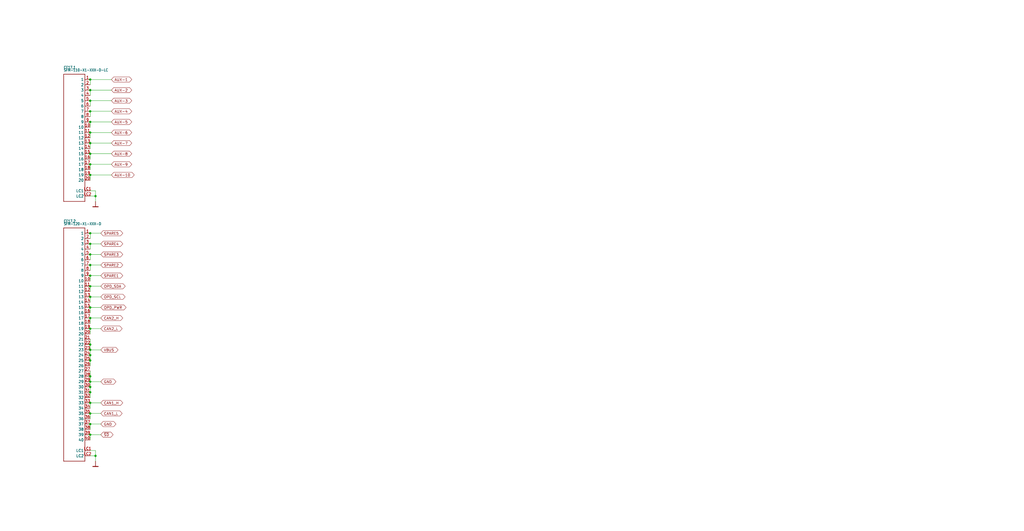
<source format=kicad_sch>
(kicad_sch (version 20211123) (generator eeschema)
  (paper "User" 490.22 254.406)
  (lib_symbols
    (symbol "oresat-backplane-2u-hasp-eagle-import:GND" (power)
      (symbol "GND_1_0"
        (polyline (pts (xy -1.27 -2.54) (xy 1.27 -2.54)) (stroke (width 0.4064)))
        (pin power_in line (at 0 0 270) (length 2.54) (name "GND") (number "1"))
      )
    )
    (symbol "oresat-backplane-2u-hasp-eagle-import:SFM-110-X1-XXX-D-LC"
      (property "Reference" "CF" (at -2.54 33.02 0))
      (property "Value" "SFM-110-X1-XXX-D-LC" (at -2.54 31.75 0))
      (symbol "SFM-110-X1-XXX-D-LC_1_0"
        (polyline (pts (xy -2.54 -30.48) (xy -2.54 30.48)) (stroke (width 0.254)))
        (polyline (pts (xy -2.54 30.48) (xy 7.62 30.48)) (stroke (width 0.254)))
        (polyline (pts (xy 7.62 -30.48) (xy -2.54 -30.48)) (stroke (width 0.254)))
        (polyline (pts (xy 7.62 30.48) (xy 7.62 -30.48)) (stroke (width 0.254)))
        (pin passive line (at 10.16 27.94 180) (length 2.54) (name "1") (number "1"))
        (pin passive line (at 10.16 5.08 180) (length 2.54) (name "10") (number "10"))
        (pin passive line (at 10.16 2.54 180) (length 2.54) (name "11") (number "11"))
        (pin passive line (at 10.16 0 180) (length 2.54) (name "12") (number "12"))
        (pin passive line (at 10.16 -2.54 180) (length 2.54) (name "13") (number "13"))
        (pin passive line (at 10.16 -5.08 180) (length 2.54) (name "14") (number "14"))
        (pin passive line (at 10.16 -7.62 180) (length 2.54) (name "15") (number "15"))
        (pin passive line (at 10.16 -10.16 180) (length 2.54) (name "16") (number "16"))
        (pin passive line (at 10.16 -12.7 180) (length 2.54) (name "17") (number "17"))
        (pin passive line (at 10.16 -15.24 180) (length 2.54) (name "18") (number "18"))
        (pin passive line (at 10.16 -17.78 180) (length 2.54) (name "19") (number "19"))
        (pin passive line (at 10.16 25.4 180) (length 2.54) (name "2") (number "2"))
        (pin passive line (at 10.16 -20.32 180) (length 2.54) (name "20") (number "20"))
        (pin passive line (at 10.16 22.86 180) (length 2.54) (name "3") (number "3"))
        (pin passive line (at 10.16 20.32 180) (length 2.54) (name "4") (number "4"))
        (pin passive line (at 10.16 17.78 180) (length 2.54) (name "5") (number "5"))
        (pin passive line (at 10.16 15.24 180) (length 2.54) (name "6") (number "6"))
        (pin passive line (at 10.16 12.7 180) (length 2.54) (name "7") (number "7"))
        (pin passive line (at 10.16 10.16 180) (length 2.54) (name "8") (number "8"))
        (pin passive line (at 10.16 7.62 180) (length 2.54) (name "9") (number "9"))
        (pin passive line (at 10.16 -25.4 180) (length 2.54) (name "LC1") (number "LC1"))
        (pin passive line (at 10.16 -27.94 180) (length 2.54) (name "LC2") (number "LC2"))
      )
    )
    (symbol "oresat-backplane-2u-hasp-eagle-import:SFM-120-X1-XXX-D"
      (property "Reference" "J" (at -2.54 50.8 0))
      (property "Value" "SFM-120-X1-XXX-D" (at -2.54 49.53 0))
      (symbol "SFM-120-X1-XXX-D_1_0"
        (polyline (pts (xy -2.54 -63.5) (xy -2.54 48.26)) (stroke (width 0.254)))
        (polyline (pts (xy -2.54 48.26) (xy 7.62 48.26)) (stroke (width 0.254)))
        (polyline (pts (xy 7.62 -63.5) (xy -2.54 -63.5)) (stroke (width 0.254)))
        (polyline (pts (xy 7.62 48.26) (xy 7.62 -63.5)) (stroke (width 0.254)))
        (pin passive line (at 10.16 45.72 180) (length 2.54) (name "1") (number "1"))
        (pin passive line (at 10.16 22.86 180) (length 2.54) (name "10") (number "10"))
        (pin passive line (at 10.16 20.32 180) (length 2.54) (name "11") (number "11"))
        (pin passive line (at 10.16 17.78 180) (length 2.54) (name "12") (number "12"))
        (pin passive line (at 10.16 15.24 180) (length 2.54) (name "13") (number "13"))
        (pin passive line (at 10.16 12.7 180) (length 2.54) (name "14") (number "14"))
        (pin passive line (at 10.16 10.16 180) (length 2.54) (name "15") (number "15"))
        (pin passive line (at 10.16 7.62 180) (length 2.54) (name "16") (number "16"))
        (pin passive line (at 10.16 5.08 180) (length 2.54) (name "17") (number "17"))
        (pin passive line (at 10.16 2.54 180) (length 2.54) (name "18") (number "18"))
        (pin passive line (at 10.16 0 180) (length 2.54) (name "19") (number "19"))
        (pin passive line (at 10.16 43.18 180) (length 2.54) (name "2") (number "2"))
        (pin passive line (at 10.16 -2.54 180) (length 2.54) (name "20") (number "20"))
        (pin passive line (at 10.16 -5.08 180) (length 2.54) (name "21") (number "21"))
        (pin passive line (at 10.16 -7.62 180) (length 2.54) (name "22") (number "22"))
        (pin passive line (at 10.16 -10.16 180) (length 2.54) (name "23") (number "23"))
        (pin passive line (at 10.16 -12.7 180) (length 2.54) (name "24") (number "24"))
        (pin passive line (at 10.16 -15.24 180) (length 2.54) (name "25") (number "25"))
        (pin passive line (at 10.16 -17.78 180) (length 2.54) (name "26") (number "26"))
        (pin passive line (at 10.16 -20.32 180) (length 2.54) (name "27") (number "27"))
        (pin passive line (at 10.16 -22.86 180) (length 2.54) (name "28") (number "28"))
        (pin passive line (at 10.16 -25.4 180) (length 2.54) (name "29") (number "29"))
        (pin passive line (at 10.16 40.64 180) (length 2.54) (name "3") (number "3"))
        (pin passive line (at 10.16 -27.94 180) (length 2.54) (name "30") (number "30"))
        (pin passive line (at 10.16 -30.48 180) (length 2.54) (name "31") (number "31"))
        (pin passive line (at 10.16 -33.02 180) (length 2.54) (name "32") (number "32"))
        (pin passive line (at 10.16 -35.56 180) (length 2.54) (name "33") (number "33"))
        (pin passive line (at 10.16 -38.1 180) (length 2.54) (name "34") (number "34"))
        (pin passive line (at 10.16 -40.64 180) (length 2.54) (name "35") (number "35"))
        (pin passive line (at 10.16 -43.18 180) (length 2.54) (name "36") (number "36"))
        (pin passive line (at 10.16 -45.72 180) (length 2.54) (name "37") (number "37"))
        (pin passive line (at 10.16 -48.26 180) (length 2.54) (name "38") (number "38"))
        (pin passive line (at 10.16 -50.8 180) (length 2.54) (name "39") (number "39"))
        (pin passive line (at 10.16 38.1 180) (length 2.54) (name "4") (number "4"))
        (pin passive line (at 10.16 -53.34 180) (length 2.54) (name "40") (number "40"))
        (pin passive line (at 10.16 35.56 180) (length 2.54) (name "5") (number "5"))
        (pin passive line (at 10.16 33.02 180) (length 2.54) (name "6") (number "6"))
        (pin passive line (at 10.16 30.48 180) (length 2.54) (name "7") (number "7"))
        (pin passive line (at 10.16 27.94 180) (length 2.54) (name "8") (number "8"))
        (pin passive line (at 10.16 25.4 180) (length 2.54) (name "9") (number "9"))
        (pin passive line (at 10.16 -58.42 180) (length 2.54) (name "LC1") (number "LC1"))
        (pin passive line (at 10.16 -60.96 180) (length 2.54) (name "LC2") (number "LC2"))
      )
    )
  )
  (junction (at 43.18 53.34))
  (junction (at 43.18 142.24))
  (junction (at 43.18 132.08))
  (junction (at 43.18 48.26))
  (junction (at 43.18 43.18))
  (junction (at 43.18 165.1))
  (junction (at 43.18 185.42))
  (junction (at 43.18 170.18))
  (junction (at 43.18 83.82))
  (junction (at 43.18 38.1))
  (junction (at 43.18 147.32))
  (junction (at 43.18 180.34))
  (junction (at 43.18 172.72))
  (junction (at 43.18 208.28))
  (junction (at 43.18 63.5))
  (junction (at 43.18 68.58))
  (junction (at 43.18 137.16))
  (junction (at 43.18 182.88))
  (junction (at 43.18 111.76))
  (junction (at 43.18 193.04))
  (junction (at 43.18 157.48))
  (junction (at 43.18 167.64))
  (junction (at 43.18 187.96))
  (junction (at 43.18 78.74))
  (junction (at 43.18 152.4))
  (junction (at 43.18 127))
  (junction (at 43.18 121.92))
  (junction (at 43.18 198.12))
  (junction (at 43.18 203.2))
  (junction (at 43.18 116.84))
  (junction (at 43.18 58.42))
  (junction (at 43.18 73.66))
  (junction (at 45.72 218.44))
  (junction (at 45.72 93.98))
  (wire (pts (xy 48.26 208.28) (xy 43.18 208.28)))
  (wire (pts (xy 48.26 182.88) (xy 43.18 182.88)))
  (wire (pts (xy 43.18 218.44) (xy 45.72 218.44)))
  (wire (pts (xy 43.18 73.66) (xy 53.34 73.66)))
  (wire (pts (xy 48.26 137.16) (xy 43.18 137.16)))
  (wire (pts (xy 45.72 218.44) (xy 45.72 220.98)))
  (wire (pts (xy 43.18 53.34) (xy 53.34 53.34)))
  (wire (pts (xy 45.72 93.98) (xy 43.18 93.98)))
  (wire (pts (xy 45.72 91.44) (xy 43.18 91.44)))
  (wire (pts (xy 43.18 63.5) (xy 53.34 63.5)))
  (wire (pts (xy 43.18 182.88) (xy 43.18 185.42)))
  (wire (pts (xy 43.18 83.82) (xy 53.34 83.82)))
  (wire (pts (xy 48.26 142.24) (xy 43.18 142.24)))
  (wire (pts (xy 43.18 111.76) (xy 48.26 111.76)))
  (wire (pts (xy 43.18 187.96) (xy 43.18 190.5)))
  (wire (pts (xy 43.18 157.48) (xy 43.18 160.02)))
  (wire (pts (xy 43.18 165.1) (xy 43.18 162.56)))
  (wire (pts (xy 48.26 127) (xy 43.18 127)))
  (wire (pts (xy 43.18 78.74) (xy 43.18 81.28)))
  (wire (pts (xy 43.18 137.16) (xy 43.18 139.7)))
  (wire (pts (xy 43.18 48.26) (xy 43.18 50.8)))
  (wire (pts (xy 43.18 172.72) (xy 43.18 175.26)))
  (wire (pts (xy 43.18 43.18) (xy 43.18 45.72)))
  (wire (pts (xy 43.18 111.76) (xy 43.18 114.3)))
  (wire (pts (xy 45.72 93.98) (xy 45.72 91.44)))
  (wire (pts (xy 48.26 198.12) (xy 43.18 198.12)))
  (wire (pts (xy 43.18 68.58) (xy 53.34 68.58)))
  (wire (pts (xy 48.26 203.2) (xy 43.18 203.2)))
  (wire (pts (xy 43.18 121.92) (xy 48.26 121.92)))
  (wire (pts (xy 43.18 83.82) (xy 43.18 86.36)))
  (wire (pts (xy 48.26 157.48) (xy 43.18 157.48)))
  (wire (pts (xy 43.18 203.2) (xy 43.18 205.74)))
  (wire (pts (xy 43.18 116.84) (xy 48.26 116.84)))
  (wire (pts (xy 43.18 193.04) (xy 43.18 195.58)))
  (wire (pts (xy 43.18 48.26) (xy 53.34 48.26)))
  (wire (pts (xy 48.26 152.4) (xy 43.18 152.4)))
  (wire (pts (xy 43.18 208.28) (xy 43.18 210.82)))
  (wire (pts (xy 43.18 38.1) (xy 53.34 38.1)))
  (wire (pts (xy 43.18 116.84) (xy 43.18 119.38)))
  (wire (pts (xy 43.18 53.34) (xy 43.18 55.88)))
  (wire (pts (xy 43.18 172.72) (xy 43.18 170.18)))
  (wire (pts (xy 48.26 167.64) (xy 43.18 167.64)))
  (wire (pts (xy 43.18 121.92) (xy 43.18 124.46)))
  (wire (pts (xy 43.18 185.42) (xy 43.18 187.96)))
  (wire (pts (xy 43.18 43.18) (xy 53.34 43.18)))
  (wire (pts (xy 43.18 167.64) (xy 43.18 165.1)))
  (wire (pts (xy 48.26 193.04) (xy 43.18 193.04)))
  (wire (pts (xy 43.18 152.4) (xy 43.18 154.94)))
  (wire (pts (xy 43.18 58.42) (xy 53.34 58.42)))
  (wire (pts (xy 43.18 198.12) (xy 43.18 200.66)))
  (wire (pts (xy 43.18 132.08) (xy 43.18 134.62)))
  (wire (pts (xy 43.18 180.34) (xy 43.18 177.8)))
  (wire (pts (xy 45.72 215.9) (xy 45.72 218.44)))
  (wire (pts (xy 43.18 63.5) (xy 43.18 66.04)))
  (wire (pts (xy 45.72 96.52) (xy 45.72 93.98)))
  (wire (pts (xy 43.18 73.66) (xy 43.18 76.2)))
  (wire (pts (xy 43.18 215.9) (xy 45.72 215.9)))
  (wire (pts (xy 43.18 142.24) (xy 43.18 144.78)))
  (wire (pts (xy 43.18 182.88) (xy 43.18 180.34)))
  (wire (pts (xy 43.18 38.1) (xy 43.18 40.64)))
  (wire (pts (xy 48.26 147.32) (xy 43.18 147.32)))
  (wire (pts (xy 43.18 78.74) (xy 53.34 78.74)))
  (wire (pts (xy 43.18 58.42) (xy 43.18 60.96)))
  (wire (pts (xy 43.18 68.58) (xy 43.18 71.12)))
  (wire (pts (xy 43.18 147.32) (xy 43.18 149.86)))
  (wire (pts (xy 43.18 127) (xy 43.18 129.54)))
  (wire (pts (xy 48.26 132.08) (xy 43.18 132.08)))
  (wire (pts (xy 43.18 170.18) (xy 43.18 167.64)))
  (global_label "AUX-10" (shape bidirectional) (at 53.34 83.82 0) (effects (font (size 1.2446 1.2446))) (property "Intersheet References" "${INTERSHEET_REFS}" (effects hide)))
  (global_label "SPARE2" (shape bidirectional) (at 48.26 127 0) (effects (font (size 1.2446 1.2446))) (property "Intersheet References" "${INTERSHEET_REFS}" (effects hide)))
  (global_label "CAN2_H" (shape bidirectional) (at 48.26 152.4 0) (effects (font (size 1.2446 1.2446))) (property "Intersheet References" "${INTERSHEET_REFS}" (effects hide)))
  (global_label "AUX-4" (shape bidirectional) (at 53.34 53.34 0) (effects (font (size 1.2446 1.2446))) (property "Intersheet References" "${INTERSHEET_REFS}" (effects hide)))
  (global_label "AUX-6" (shape bidirectional) (at 53.34 63.5 0) (effects (font (size 1.2446 1.2446))) (property "Intersheet References" "${INTERSHEET_REFS}" (effects hide)))
  (global_label "AUX-1" (shape bidirectional) (at 53.34 38.1 0) (effects (font (size 1.2446 1.2446))) (property "Intersheet References" "${INTERSHEET_REFS}" (effects hide)))
  (global_label "VBUS" (shape bidirectional) (at 48.26 167.64 0) (effects (font (size 1.2446 1.2446))) (property "Intersheet References" "${INTERSHEET_REFS}" (effects hide)))
  (global_label "AUX-7" (shape bidirectional) (at 53.34 68.58 0) (effects (font (size 1.2446 1.2446))) (property "Intersheet References" "${INTERSHEET_REFS}" (effects hide)))
  (global_label "CAN1_L" (shape bidirectional) (at 48.26 198.12 0) (effects (font (size 1.2446 1.2446))) (property "Intersheet References" "${INTERSHEET_REFS}" (effects hide)))
  (global_label "AUX-5" (shape bidirectional) (at 53.34 58.42 0) (effects (font (size 1.2446 1.2446))) (property "Intersheet References" "${INTERSHEET_REFS}" (effects hide)))
  (global_label "AUX-3" (shape bidirectional) (at 53.34 48.26 0) (effects (font (size 1.2446 1.2446))) (property "Intersheet References" "${INTERSHEET_REFS}" (effects hide)))
  (global_label "CAN1_H" (shape bidirectional) (at 48.26 193.04 0) (effects (font (size 1.2446 1.2446))) (property "Intersheet References" "${INTERSHEET_REFS}" (effects hide)))
  (global_label "OPD_SCL" (shape bidirectional) (at 48.26 142.24 0) (effects (font (size 1.2446 1.2446))) (property "Intersheet References" "${INTERSHEET_REFS}" (effects hide)))
  (global_label "GND" (shape bidirectional) (at 48.26 203.2 0) (effects (font (size 1.2446 1.2446))) (property "Intersheet References" "${INTERSHEET_REFS}" (effects hide)))
  (global_label "SPARE5" (shape bidirectional) (at 48.26 111.76 0) (effects (font (size 1.2446 1.2446))) (property "Intersheet References" "${INTERSHEET_REFS}" (effects hide)))
  (global_label "~{SD}" (shape bidirectional) (at 48.26 208.28 0) (effects (font (size 1.2446 1.2446))) (property "Intersheet References" "${INTERSHEET_REFS}" (effects hide)))
  (global_label "CAN2_L" (shape bidirectional) (at 48.26 157.48 0) (effects (font (size 1.2446 1.2446))) (property "Intersheet References" "${INTERSHEET_REFS}" (effects hide)))
  (global_label "OPD_PWR" (shape bidirectional) (at 48.26 147.32 0) (effects (font (size 1.2446 1.2446))) (property "Intersheet References" "${INTERSHEET_REFS}" (effects hide)))
  (global_label "GND" (shape bidirectional) (at 48.26 182.88 0) (effects (font (size 1.2446 1.2446))) (property "Intersheet References" "${INTERSHEET_REFS}" (effects hide)))
  (global_label "SPARE4" (shape bidirectional) (at 48.26 116.84 0) (effects (font (size 1.2446 1.2446))) (property "Intersheet References" "${INTERSHEET_REFS}" (effects hide)))
  (global_label "AUX-2" (shape bidirectional) (at 53.34 43.18 0) (effects (font (size 1.2446 1.2446))) (property "Intersheet References" "${INTERSHEET_REFS}" (effects hide)))
  (global_label "SPARE3" (shape bidirectional) (at 48.26 121.92 0) (effects (font (size 1.2446 1.2446))) (property "Intersheet References" "${INTERSHEET_REFS}" (effects hide)))
  (global_label "AUX-8" (shape bidirectional) (at 53.34 73.66 0) (effects (font (size 1.2446 1.2446))) (property "Intersheet References" "${INTERSHEET_REFS}" (effects hide)))
  (global_label "OPD_SDA" (shape bidirectional) (at 48.26 137.16 0) (effects (font (size 1.2446 1.2446))) (property "Intersheet References" "${INTERSHEET_REFS}" (effects hide)))
  (global_label "SPARE1" (shape bidirectional) (at 48.26 132.08 0) (effects (font (size 1.2446 1.2446))) (property "Intersheet References" "${INTERSHEET_REFS}" (effects hide)))
  (global_label "AUX-9" (shape bidirectional) (at 53.34 78.74 0) (effects (font (size 1.2446 1.2446))) (property "Intersheet References" "${INTERSHEET_REFS}" (effects hide)))
  (symbol (lib_id "oresat-backplane-2u-hasp-eagle-import:GND") (at 45.72 96.52 0) (unit 1)
    (property "Reference" "#GND23" (effects hide))
    (property "Value" "GND" (effects hide))
    (property "Footprint" "oresat-backplane-2u-hasp:" (effects hide))
  )
  (symbol (lib_id "oresat-backplane-2u-hasp-eagle-import:GND") (at 45.72 220.98 0) (unit 1)
    (property "Reference" "#GND19" (effects hide))
    (property "Value" "GND" (effects hide))
    (property "Footprint" "oresat-backplane-2u-hasp:" (effects hide))
  )
  (symbol (lib_id "oresat-backplane-2u-hasp-eagle-import:SFM-120-X1-XXX-D") (at 33.02 157.48 0) (unit 1)
    (property "Reference" "CF17.2" (at 30.48 106.68 0) (effects (font (size 1.27 1.0795)) (justify left bottom)))
    (property "Value" "SFM-120-X1-XXX-D" (at 30.48 107.95 0) (effects (font (size 1.27 1.0795)) (justify left bottom)))
    (property "Footprint" "oresat-backplane-2u-hasp:SFM-120-X1-XXX-D" (effects hide))
  )
  (symbol (lib_id "oresat-backplane-2u-hasp-eagle-import:SFM-110-X1-XXX-D-LC") (at 33.02 66.04 0) (unit 1)
    (property "Reference" "CF17.1" (at 30.48 33.02 0) (effects (font (size 1.27 1.0795)) (justify left bottom)))
    (property "Value" "SFM-110-X1-XXX-D-LC" (at 30.48 34.29 0) (effects (font (size 1.27 1.0795)) (justify left bottom)))
    (property "Footprint" "oresat-backplane-2u-hasp:SFM-110-X1-XXX-D-LC" (effects hide))
  )
)
</source>
